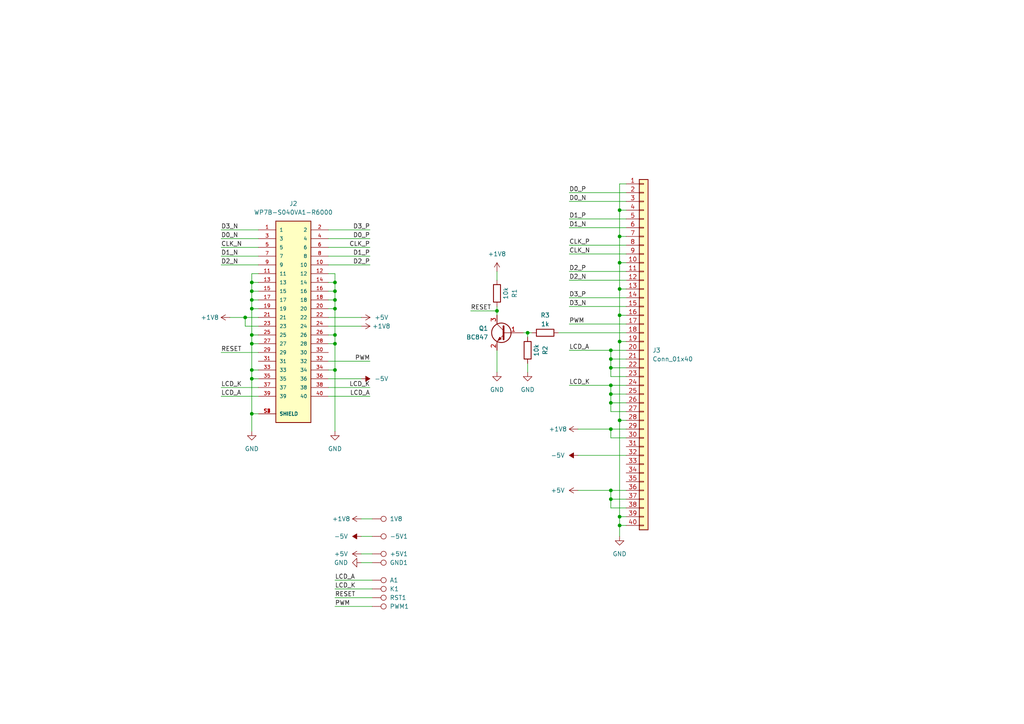
<source format=kicad_sch>
(kicad_sch (version 20231120) (generator "eeschema") (generator_version "8.0")
  (paper "A4")
  (lib_symbols
    (symbol "Connector:TestPoint" (pin_numbers hide) (pin_names (offset 0.762) hide)
      (property "Reference" "TP" (at 0 6.858 0))
      (property "Value" "TestPoint" (at 0 5.08 0))
      (symbol "TestPoint_0_1"
        (circle (center 0 3.302) (radius 0.762))
      )
      (symbol "TestPoint_1_1"
        (pin passive line (at 0 0 90) (length 2.54) (name "1") (number "1"))
      )
    )
    (symbol "Connector_Generic:Conn_01x40" (pin_names (offset 1.016) hide)
      (property "Reference" "J" (at 0 50.8 0))
      (property "Value" "Conn_01x40" (at 0 -53.34 0))
      (symbol "Conn_01x40_1_1"
        (rectangle (start -1.27 -50.673) (end 0 -50.927) (stroke (width 0.1524)))
        (rectangle (start -1.27 -48.133) (end 0 -48.387) (stroke (width 0.1524)))
        (rectangle (start -1.27 -45.593) (end 0 -45.847) (stroke (width 0.1524)))
        (rectangle (start -1.27 -43.053) (end 0 -43.307) (stroke (width 0.1524)))
        (rectangle (start -1.27 -40.513) (end 0 -40.767) (stroke (width 0.1524)))
        (rectangle (start -1.27 -37.973) (end 0 -38.227) (stroke (width 0.1524)))
        (rectangle (start -1.27 -35.433) (end 0 -35.687) (stroke (width 0.1524)))
        (rectangle (start -1.27 -32.893) (end 0 -33.147) (stroke (width 0.1524)))
        (rectangle (start -1.27 -30.353) (end 0 -30.607) (stroke (width 0.1524)))
        (rectangle (start -1.27 -27.813) (end 0 -28.067) (stroke (width 0.1524)))
        (rectangle (start -1.27 -25.273) (end 0 -25.527) (stroke (width 0.1524)))
        (rectangle (start -1.27 -22.733) (end 0 -22.987) (stroke (width 0.1524)))
        (rectangle (start -1.27 -20.193) (end 0 -20.447) (stroke (width 0.1524)))
        (rectangle (start -1.27 -17.653) (end 0 -17.907) (stroke (width 0.1524)))
        (rectangle (start -1.27 -15.113) (end 0 -15.367) (stroke (width 0.1524)))
        (rectangle (start -1.27 -12.573) (end 0 -12.827) (stroke (width 0.1524)))
        (rectangle (start -1.27 -10.033) (end 0 -10.287) (stroke (width 0.1524)))
        (rectangle (start -1.27 -7.493) (end 0 -7.747) (stroke (width 0.1524)))
        (rectangle (start -1.27 -4.953) (end 0 -5.207) (stroke (width 0.1524)))
        (rectangle (start -1.27 -2.413) (end 0 -2.667) (stroke (width 0.1524)))
        (rectangle (start -1.27 0.127) (end 0 -0.127) (stroke (width 0.1524)))
        (rectangle (start -1.27 2.667) (end 0 2.413) (stroke (width 0.1524)))
        (rectangle (start -1.27 5.207) (end 0 4.953) (stroke (width 0.1524)))
        (rectangle (start -1.27 7.747) (end 0 7.493) (stroke (width 0.1524)))
        (rectangle (start -1.27 10.287) (end 0 10.033) (stroke (width 0.1524)))
        (rectangle (start -1.27 12.827) (end 0 12.573) (stroke (width 0.1524)))
        (rectangle (start -1.27 15.367) (end 0 15.113) (stroke (width 0.1524)))
        (rectangle (start -1.27 17.907) (end 0 17.653) (stroke (width 0.1524)))
        (rectangle (start -1.27 20.447) (end 0 20.193) (stroke (width 0.1524)))
        (rectangle (start -1.27 22.987) (end 0 22.733) (stroke (width 0.1524)))
        (rectangle (start -1.27 25.527) (end 0 25.273) (stroke (width 0.1524)))
        (rectangle (start -1.27 28.067) (end 0 27.813) (stroke (width 0.1524)))
        (rectangle (start -1.27 30.607) (end 0 30.353) (stroke (width 0.1524)))
        (rectangle (start -1.27 33.147) (end 0 32.893) (stroke (width 0.1524)))
        (rectangle (start -1.27 35.687) (end 0 35.433) (stroke (width 0.1524)))
        (rectangle (start -1.27 38.227) (end 0 37.973) (stroke (width 0.1524)))
        (rectangle (start -1.27 40.767) (end 0 40.513) (stroke (width 0.1524)))
        (rectangle (start -1.27 43.307) (end 0 43.053) (stroke (width 0.1524)))
        (rectangle (start -1.27 45.847) (end 0 45.593) (stroke (width 0.1524)))
        (rectangle (start -1.27 48.387) (end 0 48.133) (stroke (width 0.1524)))
        (rectangle (start -1.27 49.53) (end 1.27 -52.07) (stroke (width 0.254)) (fill (type background)))
        (pin passive line (at -5.08 48.26 0) (length 3.81) (name "Pin_1") (number "1"))
        (pin passive line (at -5.08 25.4 0) (length 3.81) (name "Pin_10") (number "10"))
        (pin passive line (at -5.08 22.86 0) (length 3.81) (name "Pin_11") (number "11"))
        (pin passive line (at -5.08 20.32 0) (length 3.81) (name "Pin_12") (number "12"))
        (pin passive line (at -5.08 17.78 0) (length 3.81) (name "Pin_13") (number "13"))
        (pin passive line (at -5.08 15.24 0) (length 3.81) (name "Pin_14") (number "14"))
        (pin passive line (at -5.08 12.7 0) (length 3.81) (name "Pin_15") (number "15"))
        (pin passive line (at -5.08 10.16 0) (length 3.81) (name "Pin_16") (number "16"))
        (pin passive line (at -5.08 7.62 0) (length 3.81) (name "Pin_17") (number "17"))
        (pin passive line (at -5.08 5.08 0) (length 3.81) (name "Pin_18") (number "18"))
        (pin passive line (at -5.08 2.54 0) (length 3.81) (name "Pin_19") (number "19"))
        (pin passive line (at -5.08 45.72 0) (length 3.81) (name "Pin_2") (number "2"))
        (pin passive line (at -5.08 0 0) (length 3.81) (name "Pin_20") (number "20"))
        (pin passive line (at -5.08 -2.54 0) (length 3.81) (name "Pin_21") (number "21"))
        (pin passive line (at -5.08 -5.08 0) (length 3.81) (name "Pin_22") (number "22"))
        (pin passive line (at -5.08 -7.62 0) (length 3.81) (name "Pin_23") (number "23"))
        (pin passive line (at -5.08 -10.16 0) (length 3.81) (name "Pin_24") (number "24"))
        (pin passive line (at -5.08 -12.7 0) (length 3.81) (name "Pin_25") (number "25"))
        (pin passive line (at -5.08 -15.24 0) (length 3.81) (name "Pin_26") (number "26"))
        (pin passive line (at -5.08 -17.78 0) (length 3.81) (name "Pin_27") (number "27"))
        (pin passive line (at -5.08 -20.32 0) (length 3.81) (name "Pin_28") (number "28"))
        (pin passive line (at -5.08 -22.86 0) (length 3.81) (name "Pin_29") (number "29"))
        (pin passive line (at -5.08 43.18 0) (length 3.81) (name "Pin_3") (number "3"))
        (pin passive line (at -5.08 -25.4 0) (length 3.81) (name "Pin_30") (number "30"))
        (pin passive line (at -5.08 -27.94 0) (length 3.81) (name "Pin_31") (number "31"))
        (pin passive line (at -5.08 -30.48 0) (length 3.81) (name "Pin_32") (number "32"))
        (pin passive line (at -5.08 -33.02 0) (length 3.81) (name "Pin_33") (number "33"))
        (pin passive line (at -5.08 -35.56 0) (length 3.81) (name "Pin_34") (number "34"))
        (pin passive line (at -5.08 -38.1 0) (length 3.81) (name "Pin_35") (number "35"))
        (pin passive line (at -5.08 -40.64 0) (length 3.81) (name "Pin_36") (number "36"))
        (pin passive line (at -5.08 -43.18 0) (length 3.81) (name "Pin_37") (number "37"))
        (pin passive line (at -5.08 -45.72 0) (length 3.81) (name "Pin_38") (number "38"))
        (pin passive line (at -5.08 -48.26 0) (length 3.81) (name "Pin_39") (number "39"))
        (pin passive line (at -5.08 40.64 0) (length 3.81) (name "Pin_4") (number "4"))
        (pin passive line (at -5.08 -50.8 0) (length 3.81) (name "Pin_40") (number "40"))
        (pin passive line (at -5.08 38.1 0) (length 3.81) (name "Pin_5") (number "5"))
        (pin passive line (at -5.08 35.56 0) (length 3.81) (name "Pin_6") (number "6"))
        (pin passive line (at -5.08 33.02 0) (length 3.81) (name "Pin_7") (number "7"))
        (pin passive line (at -5.08 30.48 0) (length 3.81) (name "Pin_8") (number "8"))
        (pin passive line (at -5.08 27.94 0) (length 3.81) (name "Pin_9") (number "9"))
      )
    )
    (symbol "Device:R" (pin_numbers hide) (pin_names (offset 0))
      (property "Reference" "R" (at 2.032 0 90))
      (property "Value" "R" (at 0 0 90))
      (symbol "R_0_1"
        (rectangle (start -1.016 -2.54) (end 1.016 2.54) (stroke (width 0.254)))
      )
      (symbol "R_1_1"
        (pin passive line (at 0 3.81 270) (length 1.27) (name "~") (number "1"))
        (pin passive line (at 0 -3.81 90) (length 1.27) (name "~") (number "2"))
      )
    )
    (symbol "Transistor_BJT:BC847" (pin_names (offset 0) hide)
      (property "Reference" "Q" (at 5.08 1.905 0))
      (property "Value" "BC847" (at 5.08 0 0))
      (symbol "BC847_0_1"
        (polyline (pts (xy 0.635 0.635) (xy 2.54 2.54)))
        (polyline (pts (xy 0.635 -0.635) (xy 2.54 -2.54) (xy 2.54 -2.54)))
        (polyline (pts (xy 0.635 1.905) (xy 0.635 -1.905) (xy 0.635 -1.905)) (stroke (width 0.508)))
        (polyline (pts (xy 1.27 -1.778) (xy 1.778 -1.27) (xy 2.286 -2.286) (xy 1.27 -1.778) (xy 1.27 -1.778)) (fill (type outline)))
        (circle (center 1.27 0) (radius 2.8194) (stroke (width 0.254)))
      )
      (symbol "BC847_1_1"
        (pin input line (at -5.08 0 0) (length 5.715) (name "B") (number "1"))
        (pin passive line (at 2.54 -5.08 90) (length 2.54) (name "E") (number "2"))
        (pin passive line (at 2.54 5.08 270) (length 2.54) (name "C") (number "3"))
      )
    )
    (symbol "WP7B-S040VA1-R6000:WP7B-S040VA1-R6000" (pin_names (offset 1.016))
      (property "Reference" "J" (at -5.08 27.94 0))
      (property "Value" "WP7B-S040VA1-R6000" (at -5.08 -33.02 0))
      (symbol "WP7B-S040VA1-R6000_0_0"
        (rectangle (start -5.08 -30.48) (end 5.08 27.94) (stroke (width 0.254)) (fill (type background)))
        (pin passive line (at -10.16 25.4 0) (length 5.08) (name "1") (number "1"))
        (pin passive line (at 10.16 15.24 180) (length 5.08) (name "10") (number "10"))
        (pin passive line (at -10.16 12.7 0) (length 5.08) (name "11") (number "11"))
        (pin passive line (at 10.16 12.7 180) (length 5.08) (name "12") (number "12"))
        (pin passive line (at -10.16 10.16 0) (length 5.08) (name "13") (number "13"))
        (pin passive line (at 10.16 10.16 180) (length 5.08) (name "14") (number "14"))
        (pin passive line (at -10.16 7.62 0) (length 5.08) (name "15") (number "15"))
        (pin passive line (at 10.16 7.62 180) (length 5.08) (name "16") (number "16"))
        (pin passive line (at -10.16 5.08 0) (length 5.08) (name "17") (number "17"))
        (pin passive line (at 10.16 5.08 180) (length 5.08) (name "18") (number "18"))
        (pin passive line (at -10.16 2.54 0) (length 5.08) (name "19") (number "19"))
        (pin passive line (at 10.16 25.4 180) (length 5.08) (name "2") (number "2"))
        (pin passive line (at 10.16 2.54 180) (length 5.08) (name "20") (number "20"))
        (pin passive line (at -10.16 0 0) (length 5.08) (name "21") (number "21"))
        (pin passive line (at 10.16 0 180) (length 5.08) (name "22") (number "22"))
        (pin passive line (at -10.16 -2.54 0) (length 5.08) (name "23") (number "23"))
        (pin passive line (at 10.16 -2.54 180) (length 5.08) (name "24") (number "24"))
        (pin passive line (at -10.16 -5.08 0) (length 5.08) (name "25") (number "25"))
        (pin passive line (at 10.16 -5.08 180) (length 5.08) (name "26") (number "26"))
        (pin passive line (at -10.16 -7.62 0) (length 5.08) (name "27") (number "27"))
        (pin passive line (at 10.16 -7.62 180) (length 5.08) (name "28") (number "28"))
        (pin passive line (at -10.16 -10.16 0) (length 5.08) (name "29") (number "29"))
        (pin passive line (at -10.16 22.86 0) (length 5.08) (name "3") (number "3"))
        (pin passive line (at 10.16 -10.16 180) (length 5.08) (name "30") (number "30"))
        (pin passive line (at -10.16 -12.7 0) (length 5.08) (name "31") (number "31"))
        (pin passive line (at 10.16 -12.7 180) (length 5.08) (name "32") (number "32"))
        (pin passive line (at -10.16 -15.24 0) (length 5.08) (name "33") (number "33"))
        (pin passive line (at 10.16 -15.24 180) (length 5.08) (name "34") (number "34"))
        (pin passive line (at -10.16 -17.78 0) (length 5.08) (name "35") (number "35"))
        (pin passive line (at 10.16 -17.78 180) (length 5.08) (name "36") (number "36"))
        (pin passive line (at -10.16 -20.32 0) (length 5.08) (name "37") (number "37"))
        (pin passive line (at 10.16 -20.32 180) (length 5.08) (name "38") (number "38"))
        (pin passive line (at -10.16 -22.86 0) (length 5.08) (name "39") (number "39"))
        (pin passive line (at 10.16 22.86 180) (length 5.08) (name "4") (number "4"))
        (pin passive line (at 10.16 -22.86 180) (length 5.08) (name "40") (number "40"))
        (pin passive line (at -10.16 20.32 0) (length 5.08) (name "5") (number "5"))
        (pin passive line (at 10.16 20.32 180) (length 5.08) (name "6") (number "6"))
        (pin passive line (at -10.16 17.78 0) (length 5.08) (name "7") (number "7"))
        (pin passive line (at 10.16 17.78 180) (length 5.08) (name "8") (number "8"))
        (pin passive line (at -10.16 15.24 0) (length 5.08) (name "9") (number "9"))
        (pin passive line (at -10.16 -27.94 0) (length 5.08) (name "SHIELD") (number "S1"))
        (pin passive line (at -10.16 -27.94 0) (length 5.08) (name "SHIELD") (number "S2"))
        (pin passive line (at -10.16 -27.94 0) (length 5.08) (name "SHIELD") (number "S3"))
        (pin passive line (at -10.16 -27.94 0) (length 5.08) (name "SHIELD") (number "S4"))
      )
    )
    (symbol "power:+1V8" (power) (pin_names (offset 0))
      (property "Value" "+1V8" (at 0 3.556 0))
      (symbol "+1V8_0_1"
        (polyline (pts (xy -0.762 1.27) (xy 0 2.54)))
        (polyline (pts (xy 0 0) (xy 0 2.54)))
        (polyline (pts (xy 0 2.54) (xy 0.762 1.27)))
      )
      (symbol "+1V8_1_1"
        (pin power_in line (at 0 0 90) (length 0) hide (name "+1V8") (number "1"))
      )
    )
    (symbol "power:+5V" (power) (pin_names (offset 0))
      (property "Value" "+5V" (at 0 3.556 0))
      (symbol "+5V_0_1"
        (polyline (pts (xy -0.762 1.27) (xy 0 2.54)))
        (polyline (pts (xy 0 0) (xy 0 2.54)))
        (polyline (pts (xy 0 2.54) (xy 0.762 1.27)))
      )
      (symbol "+5V_1_1"
        (pin power_in line (at 0 0 90) (length 0) hide (name "+5V") (number "1"))
      )
    )
    (symbol "power:-5V" (power) (pin_names (offset 0))
      (property "Value" "-5V" (at 0 3.81 0))
      (symbol "-5V_0_0"
        (pin power_in line (at 0 0 90) (length 0) hide (name "-5V") (number "1"))
      )
      (symbol "-5V_0_1"
        (polyline (pts (xy 0 0) (xy 0 1.27) (xy 0.762 1.27) (xy 0 2.54) (xy -0.762 1.27) (xy 0 1.27)) (fill (type outline)))
      )
    )
    (symbol "power:GND" (power) (pin_names (offset 0))
      (property "Value" "GND" (at 0 -3.81 0))
      (symbol "GND_0_1"
        (polyline (pts (xy 0 0) (xy 0 -1.27) (xy 1.27 -1.27) (xy 0 -2.54) (xy -1.27 -1.27) (xy 0 -1.27)))
      )
      (symbol "GND_1_1"
        (pin power_in line (at 0 0 270) (length 0) hide (name "GND") (number "1"))
      )
    )
  )
  (junction (at 73.025 99.695))
  (junction (at 177.165 111.76))
  (junction (at 177.165 101.6))
  (junction (at 97.155 81.915))
  (junction (at 73.025 89.535))
  (junction (at 179.705 149.86))
  (junction (at 177.165 114.3))
  (junction (at 177.165 104.14))
  (junction (at 73.025 86.995))
  (junction (at 73.025 81.915))
  (junction (at 97.155 107.315))
  (junction (at 73.025 97.155))
  (junction (at 153.035 96.52))
  (junction (at 179.705 60.96))
  (junction (at 97.155 99.695))
  (junction (at 179.705 152.4))
  (junction (at 73.025 120.015))
  (junction (at 144.145 90.17))
  (junction (at 179.705 76.2))
  (junction (at 73.025 84.455))
  (junction (at 177.165 106.68))
  (junction (at 97.155 86.995))
  (junction (at 97.155 89.535))
  (junction (at 179.705 91.44))
  (junction (at 97.155 84.455))
  (junction (at 179.705 99.06))
  (junction (at 177.165 124.46))
  (junction (at 179.705 121.92))
  (junction (at 179.705 68.58))
  (junction (at 71.12 92.075))
  (junction (at 177.165 144.78))
  (junction (at 179.705 83.82))
  (junction (at 73.025 109.855))
  (junction (at 177.165 142.24))
  (junction (at 97.155 97.155))
  (junction (at 73.025 107.315))
  (junction (at 177.165 116.84))
  (wire (pts (xy 165.1 58.42) (xy 181.61 58.42)))
  (wire (pts (xy 74.93 107.315) (xy 73.025 107.315)))
  (wire (pts (xy 97.155 86.995) (xy 97.155 89.535)))
  (wire (pts (xy 74.93 86.995) (xy 73.025 86.995)))
  (wire (pts (xy 95.25 81.915) (xy 97.155 81.915)))
  (wire (pts (xy 95.25 66.675) (xy 107.315 66.675)))
  (wire (pts (xy 73.025 107.315) (xy 73.025 109.855)))
  (wire (pts (xy 181.61 119.38) (xy 177.165 119.38)))
  (wire (pts (xy 177.165 101.6) (xy 181.61 101.6)))
  (wire (pts (xy 104.775 150.495) (xy 107.95 150.495)))
  (wire (pts (xy 181.61 109.22) (xy 177.165 109.22)))
  (wire (pts (xy 181.61 60.96) (xy 179.705 60.96)))
  (wire (pts (xy 74.93 69.215) (xy 64.135 69.215)))
  (wire (pts (xy 181.61 83.82) (xy 179.705 83.82)))
  (wire (pts (xy 153.035 96.52) (xy 154.305 96.52)))
  (wire (pts (xy 165.1 88.9) (xy 181.61 88.9)))
  (wire (pts (xy 153.035 105.41) (xy 153.035 107.95)))
  (wire (pts (xy 74.93 81.915) (xy 73.025 81.915)))
  (wire (pts (xy 165.1 66.04) (xy 181.61 66.04)))
  (wire (pts (xy 95.25 99.695) (xy 97.155 99.695)))
  (wire (pts (xy 177.165 142.24) (xy 167.64 142.24)))
  (wire (pts (xy 97.155 107.315) (xy 95.25 107.315)))
  (wire (pts (xy 165.1 73.66) (xy 181.61 73.66)))
  (wire (pts (xy 177.165 111.76) (xy 165.1 111.76)))
  (wire (pts (xy 74.93 79.375) (xy 73.025 79.375)))
  (wire (pts (xy 97.155 173.355) (xy 107.95 173.355)))
  (wire (pts (xy 181.61 53.34) (xy 179.705 53.34)))
  (wire (pts (xy 181.61 91.44) (xy 179.705 91.44)))
  (wire (pts (xy 177.165 119.38) (xy 177.165 116.84)))
  (wire (pts (xy 97.155 99.695) (xy 97.155 107.315)))
  (wire (pts (xy 64.135 71.755) (xy 74.93 71.755)))
  (wire (pts (xy 73.025 86.995) (xy 73.025 89.535)))
  (wire (pts (xy 179.705 149.86) (xy 179.705 152.4)))
  (wire (pts (xy 64.135 66.675) (xy 74.93 66.675)))
  (wire (pts (xy 181.61 149.86) (xy 179.705 149.86)))
  (wire (pts (xy 95.25 89.535) (xy 97.155 89.535)))
  (wire (pts (xy 165.1 63.5) (xy 181.61 63.5)))
  (wire (pts (xy 165.1 86.36) (xy 181.61 86.36)))
  (wire (pts (xy 95.25 74.295) (xy 107.315 74.295)))
  (wire (pts (xy 177.165 106.68) (xy 177.165 104.14)))
  (wire (pts (xy 104.775 160.655) (xy 107.95 160.655)))
  (wire (pts (xy 107.315 76.835) (xy 95.25 76.835)))
  (wire (pts (xy 74.93 89.535) (xy 73.025 89.535)))
  (wire (pts (xy 95.25 71.755) (xy 107.315 71.755)))
  (wire (pts (xy 107.315 69.215) (xy 95.25 69.215)))
  (wire (pts (xy 181.61 104.14) (xy 177.165 104.14)))
  (wire (pts (xy 74.93 97.155) (xy 73.025 97.155)))
  (wire (pts (xy 66.675 92.075) (xy 71.12 92.075)))
  (wire (pts (xy 165.1 55.88) (xy 181.61 55.88)))
  (wire (pts (xy 153.035 96.52) (xy 153.035 97.79)))
  (wire (pts (xy 71.12 92.075) (xy 71.12 94.615)))
  (wire (pts (xy 177.165 109.22) (xy 177.165 106.68)))
  (wire (pts (xy 177.165 147.32) (xy 177.165 144.78)))
  (wire (pts (xy 144.145 88.9) (xy 144.145 90.17)))
  (wire (pts (xy 177.165 144.78) (xy 177.165 142.24)))
  (wire (pts (xy 179.705 60.96) (xy 179.705 68.58)))
  (wire (pts (xy 165.1 81.28) (xy 181.61 81.28)))
  (wire (pts (xy 97.155 170.815) (xy 107.95 170.815)))
  (wire (pts (xy 179.705 121.92) (xy 179.705 149.86)))
  (wire (pts (xy 167.64 124.46) (xy 177.165 124.46)))
  (wire (pts (xy 74.93 84.455) (xy 73.025 84.455)))
  (wire (pts (xy 97.155 89.535) (xy 97.155 97.155)))
  (wire (pts (xy 73.025 79.375) (xy 73.025 81.915)))
  (wire (pts (xy 64.135 102.235) (xy 74.93 102.235)))
  (wire (pts (xy 181.61 99.06) (xy 179.705 99.06)))
  (wire (pts (xy 97.155 125.095) (xy 97.155 107.315)))
  (wire (pts (xy 181.61 114.3) (xy 177.165 114.3)))
  (wire (pts (xy 165.1 101.6) (xy 177.165 101.6)))
  (wire (pts (xy 165.1 71.12) (xy 181.61 71.12)))
  (wire (pts (xy 165.1 93.98) (xy 181.61 93.98)))
  (wire (pts (xy 179.705 83.82) (xy 179.705 91.44)))
  (wire (pts (xy 151.765 96.52) (xy 153.035 96.52)))
  (wire (pts (xy 181.61 106.68) (xy 177.165 106.68)))
  (wire (pts (xy 181.61 132.08) (xy 167.64 132.08)))
  (wire (pts (xy 179.705 99.06) (xy 179.705 121.92)))
  (wire (pts (xy 144.145 101.6) (xy 144.145 107.95)))
  (wire (pts (xy 144.145 90.17) (xy 144.145 91.44)))
  (wire (pts (xy 97.155 84.455) (xy 97.155 86.995)))
  (wire (pts (xy 97.155 175.895) (xy 107.95 175.895)))
  (wire (pts (xy 97.155 81.915) (xy 97.155 84.455)))
  (wire (pts (xy 179.705 68.58) (xy 179.705 76.2)))
  (wire (pts (xy 107.315 104.775) (xy 95.25 104.775)))
  (wire (pts (xy 104.775 109.855) (xy 95.25 109.855)))
  (wire (pts (xy 71.12 94.615) (xy 74.93 94.615)))
  (wire (pts (xy 181.61 152.4) (xy 179.705 152.4)))
  (wire (pts (xy 73.025 81.915) (xy 73.025 84.455)))
  (wire (pts (xy 74.93 109.855) (xy 73.025 109.855)))
  (wire (pts (xy 165.1 78.74) (xy 181.61 78.74)))
  (wire (pts (xy 95.25 97.155) (xy 97.155 97.155)))
  (wire (pts (xy 179.705 91.44) (xy 179.705 99.06)))
  (wire (pts (xy 136.525 90.17) (xy 144.145 90.17)))
  (wire (pts (xy 181.61 127) (xy 177.165 127)))
  (wire (pts (xy 97.155 168.275) (xy 107.95 168.275)))
  (wire (pts (xy 104.775 92.075) (xy 95.25 92.075)))
  (wire (pts (xy 73.025 84.455) (xy 73.025 86.995)))
  (wire (pts (xy 64.135 114.935) (xy 74.93 114.935)))
  (wire (pts (xy 107.315 112.395) (xy 95.25 112.395)))
  (wire (pts (xy 181.61 116.84) (xy 177.165 116.84)))
  (wire (pts (xy 104.775 163.195) (xy 107.95 163.195)))
  (wire (pts (xy 73.025 120.015) (xy 74.93 120.015)))
  (wire (pts (xy 181.61 144.78) (xy 177.165 144.78)))
  (wire (pts (xy 177.165 124.46) (xy 181.61 124.46)))
  (wire (pts (xy 97.155 79.375) (xy 97.155 81.915)))
  (wire (pts (xy 179.705 152.4) (xy 179.705 155.575)))
  (wire (pts (xy 181.61 111.76) (xy 177.165 111.76)))
  (wire (pts (xy 74.93 99.695) (xy 73.025 99.695)))
  (wire (pts (xy 179.705 76.2) (xy 179.705 83.82)))
  (wire (pts (xy 95.25 86.995) (xy 97.155 86.995)))
  (wire (pts (xy 97.155 97.155) (xy 97.155 99.695)))
  (wire (pts (xy 74.93 92.075) (xy 71.12 92.075)))
  (wire (pts (xy 181.61 142.24) (xy 177.165 142.24)))
  (wire (pts (xy 181.61 147.32) (xy 177.165 147.32)))
  (wire (pts (xy 177.165 127) (xy 177.165 124.46)))
  (wire (pts (xy 104.775 94.615) (xy 95.25 94.615)))
  (wire (pts (xy 95.25 114.935) (xy 107.315 114.935)))
  (wire (pts (xy 73.025 125.095) (xy 73.025 120.015)))
  (wire (pts (xy 177.165 104.14) (xy 177.165 101.6)))
  (wire (pts (xy 104.775 155.575) (xy 107.95 155.575)))
  (wire (pts (xy 73.025 89.535) (xy 73.025 97.155)))
  (wire (pts (xy 181.61 96.52) (xy 161.925 96.52)))
  (wire (pts (xy 74.93 112.395) (xy 64.135 112.395)))
  (wire (pts (xy 179.705 53.34) (xy 179.705 60.96)))
  (wire (pts (xy 95.25 79.375) (xy 97.155 79.375)))
  (wire (pts (xy 95.25 84.455) (xy 97.155 84.455)))
  (wire (pts (xy 181.61 68.58) (xy 179.705 68.58)))
  (wire (pts (xy 144.145 78.74) (xy 144.145 81.28)))
  (wire (pts (xy 64.135 76.835) (xy 74.93 76.835)))
  (wire (pts (xy 73.025 97.155) (xy 73.025 99.695)))
  (wire (pts (xy 74.93 74.295) (xy 64.135 74.295)))
  (wire (pts (xy 177.165 114.3) (xy 177.165 111.76)))
  (wire (pts (xy 177.165 116.84) (xy 177.165 114.3)))
  (wire (pts (xy 181.61 76.2) (xy 179.705 76.2)))
  (wire (pts (xy 73.025 109.855) (xy 73.025 120.015)))
  (wire (pts (xy 181.61 121.92) (xy 179.705 121.92)))
  (wire (pts (xy 73.025 99.695) (xy 73.025 107.315)))
  (label "D1_P" (at 165.1 63.5 0))
  (label "PWM" (at 97.155 175.895 0))
  (label "D0_N" (at 165.1 58.42 0))
  (label "LCD_K" (at 97.155 170.815 0))
  (label "LCD_A" (at 165.1 101.6 0))
  (label "RESET" (at 64.135 102.235 0))
  (label "LCD_K" (at 64.135 112.395 0))
  (label "D2_N" (at 165.1 81.28 0))
  (label "LCD_K" (at 107.315 112.395 180))
  (label "D1_N" (at 165.1 66.04 0))
  (label "D3_P" (at 165.1 86.36 0))
  (label "LCD_K" (at 165.1 111.76 0))
  (label "RESET" (at 97.155 173.355 0))
  (label "D0_P" (at 107.315 69.215 180))
  (label "CLK_P" (at 165.1 71.12 0))
  (label "D2_N" (at 64.135 76.835 0))
  (label "D0_N" (at 64.135 69.215 0))
  (label "LCD_A" (at 107.315 114.935 180))
  (label "D1_N" (at 64.135 74.295 0))
  (label "D2_P" (at 107.315 76.835 180))
  (label "LCD_A" (at 97.155 168.275 0))
  (label "D0_P" (at 165.1 55.88 0))
  (label "D3_P" (at 107.315 66.675 180))
  (label "D3_N" (at 64.135 66.675 0))
  (label "D1_P" (at 107.315 74.295 180))
  (label "PWM" (at 107.315 104.775 180))
  (label "CLK_P" (at 107.315 71.755 180))
  (label "CLK_N" (at 165.1 73.66 0))
  (label "RESET" (at 136.525 90.17 0))
  (label "D2_P" (at 165.1 78.74 0))
  (label "LCD_A" (at 64.135 114.935 0))
  (label "CLK_N" (at 64.135 71.755 0))
  (label "D3_N" (at 165.1 88.9 0))
  (label "PWM" (at 165.1 93.98 0))
  (symbol (lib_id "Connector:TestPoint") (at 107.95 160.655 270) (unit 1)
    (property "Reference" "+5V1" (at 113.03 160.655 90) (effects (justify left)))
    (property "Value" "TestPoint" (effects (hide yes)))
    (property "Footprint" "TestPoint:TestPoint_Pad_D1.0mm" (effects (hide yes)))
  )
  (symbol (lib_id "power:+5V") (at 104.775 160.655 90) (unit 1)
    (property "Reference" "#PWR021" (effects (hide yes)))
    (property "Value" "+5V" (at 100.965 160.6549 90) (effects (justify left)))
  )
  (symbol (lib_id "power:GND") (at 144.145 107.95 0) (unit 1)
    (property "Reference" "#PWR015" (effects (hide yes)))
    (property "Value" "GND" (at 144.145 113.03 0))
  )
  (symbol (lib_id "power:+5V") (at 104.775 92.075 270) (unit 1)
    (property "Reference" "#PWR05" (effects (hide yes)))
    (property "Value" "+5V" (at 108.585 92.0749 90) (effects (justify left)))
  )
  (symbol (lib_id "power:GND") (at 153.035 107.95 0) (unit 1)
    (property "Reference" "#PWR016" (effects (hide yes)))
    (property "Value" "GND" (at 153.035 113.03 0))
  )
  (symbol (lib_id "power:GND") (at 179.705 155.575 0) (unit 1)
    (property "Reference" "#PWR012" (effects (hide yes)))
    (property "Value" "GND" (at 179.705 160.655 0))
  )
  (symbol (lib_id "WP7B-S040VA1-R6000:WP7B-S040VA1-R6000") (at 85.09 92.075 0) (unit 1)
    (property "Reference" "J2" (at 85.09 59.055 0))
    (property "Value" "WP7B-S040VA1-R6000" (at 85.09 61.595 0))
    (property "Footprint" "Connector_JAE:JAE_WP7B-S040VA1-R6000" (effects (hide yes)))
    (property "MF" "JAE Electronics" (effects (hide yes)))
    (property "Description_1" "\nWP7 series, receptacle, 40 pos., 2 rows, stacking, soldering (SMT) | JAE Electronics Inc. WP7B-S040VA1-R6000\n" (effects (hide yes)))
    (property "Package" "None" (effects (hide yes)))
    (property "Price" "None" (effects (hide yes)))
    (property "Check_prices" "https://www.snapeda.com/parts/WP7B-S040VA1-R6000/JAE+Electronics/view-part/?ref=eda" (effects (hide yes)))
    (property "STANDARD" "Manufacturer Recommendations" (effects (hide yes)))
    (property "PARTREV" "N/A" (effects (hide yes)))
    (property "SnapEDA_Link" "https://www.snapeda.com/parts/WP7B-S040VA1-R6000/JAE+Electronics/view-part/?ref=snap" (effects (hide yes)))
    (property "MP" "WP7B-S040VA1-R6000" (effects (hide yes)))
    (property "Purchase-URL" "https://www.snapeda.com/api/url_track_click_mouser/?unipart_id=1652708&manufacturer=JAE Electronics&part_name=WP7B-S040VA1-R6000&search_term=None" (effects (hide yes)))
    (property "Availability" "In Stock" (effects (hide yes)))
    (property "MANUFACTURER" "JAE ELECTRONICS" (effects (hide yes)))
  )
  (symbol (lib_id "Device:R") (at 144.145 85.09 180) (unit 1)
    (property "Reference" "R1" (at 149.225 85.09 90))
    (property "Value" "10k" (at 146.685 85.09 90))
    (property "Footprint" "Resistor_SMD:R_0603_1608Metric" (effects (hide yes)))
  )
  (symbol (lib_id "power:+1V8") (at 104.775 150.495 90) (unit 1)
    (property "Reference" "#PWR017" (effects (hide yes)))
    (property "Value" "+1V8" (at 101.6 150.495 90) (effects (justify left)))
  )
  (symbol (lib_id "power:GND") (at 73.025 125.095 0) (unit 1)
    (property "Reference" "#PWR01" (effects (hide yes)))
    (property "Value" "GND" (at 73.025 130.175 0))
  )
  (symbol (lib_id "Connector_Generic:Conn_01x40") (at 186.69 101.6 0) (unit 1)
    (property "Reference" "J3" (at 189.23 101.6 0) (effects (justify left)))
    (property "Value" "Conn_01x40" (at 189.23 104.14 0) (effects (justify left)))
    (property "Footprint" "Connector_FFC-FPC:Hirose_FH12-40S-0.5SH_1x40-1MP_P0.50mm_Horizontal" (effects (hide yes)))
  )
  (symbol (lib_id "Connector:TestPoint") (at 107.95 155.575 270) (unit 1)
    (property "Reference" "-5V1" (at 113.03 155.575 90) (effects (justify left)))
    (property "Value" "TestPoint" (effects (hide yes)))
    (property "Footprint" "TestPoint:TestPoint_Pad_D1.0mm" (effects (hide yes)))
  )
  (symbol (lib_id "power:-5V") (at 167.64 132.08 90) (unit 1)
    (property "Reference" "#PWR010" (effects (hide yes)))
    (property "Value" "-5V" (at 163.83 132.0799 90) (effects (justify left)))
  )
  (symbol (lib_id "power:+5V") (at 167.64 142.24 90) (unit 1)
    (property "Reference" "#PWR011" (effects (hide yes)))
    (property "Value" "+5V" (at 163.83 142.2399 90) (effects (justify left)))
  )
  (symbol (lib_id "Transistor_BJT:BC847") (at 146.685 96.52 0) (mirror y) (unit 1)
    (property "Reference" "Q1" (at 141.605 95.2499 0) (effects (justify left)))
    (property "Value" "BC847" (at 141.605 97.7899 0) (effects (justify left)))
    (property "Footprint" "Package_TO_SOT_SMD:SOT-23" (effects (hide yes)))
    (property "Datasheet" "http://www.infineon.com/dgdl/Infineon-BC847SERIES_BC848SERIES_BC849SERIES_BC850SERIES-DS-v01_01-en.pdf?fileId=db3a304314dca389011541d4630a1657" (effects (hide yes)))
  )
  (symbol (lib_id "power:+1V8") (at 144.145 78.74 0) (unit 1)
    (property "Reference" "#PWR014" (effects (hide yes)))
    (property "Value" "+1V8" (at 144.145 73.66 0))
  )
  (symbol (lib_id "Device:R") (at 153.035 101.6 180) (unit 1)
    (property "Reference" "R2" (at 158.115 101.6 90))
    (property "Value" "10k" (at 155.575 101.6 90))
    (property "Footprint" "Resistor_SMD:R_0603_1608Metric" (effects (hide yes)))
  )
  (symbol (lib_id "Connector:TestPoint") (at 107.95 175.895 270) (unit 1)
    (property "Reference" "PWM1" (at 113.03 175.895 90) (effects (justify left)))
    (property "Value" "TestPoint" (effects (hide yes)))
    (property "Footprint" "TestPoint:TestPoint_Pad_D1.0mm" (effects (hide yes)))
  )
  (symbol (lib_id "power:+1V8") (at 167.64 124.46 90) (unit 1)
    (property "Reference" "#PWR08" (effects (hide yes)))
    (property "Value" "+1V8" (at 164.465 124.46 90) (effects (justify left)))
  )
  (symbol (lib_id "power:GND") (at 104.775 163.195 270) (unit 1)
    (property "Reference" "#PWR022" (effects (hide yes)))
    (property "Value" "GND" (at 100.965 163.195 90) (effects (justify right)))
  )
  (symbol (lib_id "Device:R") (at 158.115 96.52 270) (unit 1)
    (property "Reference" "R3" (at 158.115 91.44 90))
    (property "Value" "1k" (at 158.115 93.98 90))
    (property "Footprint" "Resistor_SMD:R_0603_1608Metric" (effects (hide yes)))
  )
  (symbol (lib_id "power:+1V8") (at 66.675 92.075 90) (unit 1)
    (property "Reference" "#PWR03" (effects (hide yes)))
    (property "Value" "+1V8" (at 63.5 92.0749 90) (effects (justify left)))
  )
  (symbol (lib_id "power:GND") (at 97.155 125.095 0) (unit 1)
    (property "Reference" "#PWR02" (effects (hide yes)))
    (property "Value" "GND" (at 97.155 130.175 0))
  )
  (symbol (lib_id "power:-5V") (at 104.775 109.855 270) (unit 1)
    (property "Reference" "#PWR06" (effects (hide yes)))
    (property "Value" "-5V" (at 108.585 109.8549 90) (effects (justify left)))
  )
  (symbol (lib_id "power:+1V8") (at 104.775 94.615 270) (unit 1)
    (property "Reference" "#PWR04" (effects (hide yes)))
    (property "Value" "+1V8" (at 107.95 94.6149 90) (effects (justify left)))
  )
  (symbol (lib_id "Connector:TestPoint") (at 107.95 173.355 270) (unit 1)
    (property "Reference" "RST1" (at 113.03 173.355 90) (effects (justify left)))
    (property "Value" "TestPoint" (effects (hide yes)))
    (property "Footprint" "TestPoint:TestPoint_Pad_D1.0mm" (effects (hide yes)))
  )
  (symbol (lib_id "Connector:TestPoint") (at 107.95 168.275 270) (unit 1)
    (property "Reference" "A1" (at 113.03 168.275 90) (effects (justify left)))
    (property "Value" "TestPoint" (effects (hide yes)))
    (property "Footprint" "TestPoint:TestPoint_Pad_D1.0mm" (effects (hide yes)))
  )
  (symbol (lib_id "Connector:TestPoint") (at 107.95 170.815 270) (unit 1)
    (property "Reference" "K1" (at 113.03 170.815 90) (effects (justify left)))
    (property "Value" "TestPoint" (effects (hide yes)))
    (property "Footprint" "TestPoint:TestPoint_Pad_D1.0mm" (effects (hide yes)))
  )
  (symbol (lib_id "Connector:TestPoint") (at 107.95 150.495 270) (unit 1)
    (property "Reference" "1V8" (at 113.03 150.495 90) (effects (justify left)))
    (property "Value" "TestPoint" (effects (hide yes)))
    (property "Footprint" "TestPoint:TestPoint_Pad_D1.0mm" (effects (hide yes)))
  )
  (symbol (lib_id "power:-5V") (at 104.775 155.575 90) (unit 1)
    (property "Reference" "#PWR019" (effects (hide yes)))
    (property "Value" "-5V" (at 100.965 155.5749 90) (effects (justify left)))
  )
  (symbol (lib_id "Connector:TestPoint") (at 107.95 163.195 270) (unit 1)
    (property "Reference" "GND1" (at 113.03 163.195 90) (effects (justify left)))
    (property "Value" "TestPoint" (effects (hide yes)))
    (property "Footprint" "TestPoint:TestPoint_Pad_D1.0mm" (effects (hide yes)))
  )
)
</source>
